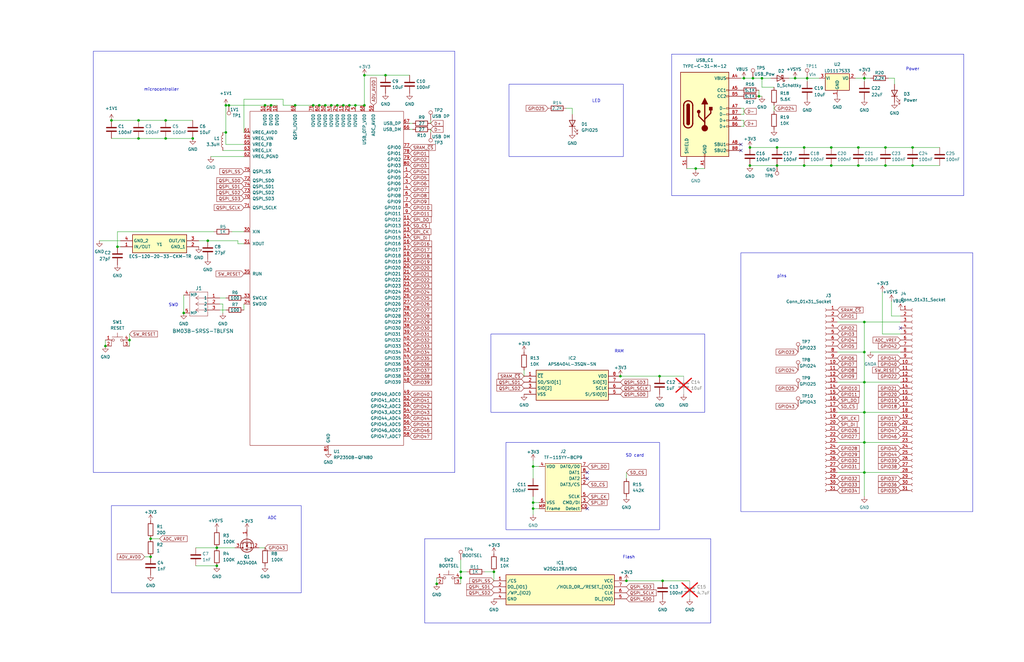
<source format=kicad_sch>
(kicad_sch (version 20231120) (generator "eeschema") (generator_version "8.0")
  (paper "B")
  (junction (at 44.45 146.05))
  (junction (at 208.28 241.3))
  (junction (at 313.69 33.02))
  (junction (at 95.25 44.45))
  (junction (at 278.13 158.75))
  (junction (at 364.49 148.59))
  (junction (at 111.76 44.45))
  (junction (at 114.3 44.45))
  (junction (at 350.52 62.23))
  (junction (at 361.95 69.85))
  (junction (at 316.23 69.85))
  (junction (at 373.38 62.23))
  (junction (at 264.16 245.11))
  (junction (at 327.66 62.23))
  (junction (at 137.16 44.45))
  (junction (at 49.53 104.14))
  (junction (at 149.86 44.45))
  (junction (at 134.62 44.45))
  (junction (at 95.25 55.88))
  (junction (at 373.38 69.85))
  (junction (at 184.15 246.38))
  (junction (at 46.99 50.8))
  (junction (at 63.5 234.95))
  (junction (at 194.31 243.84))
  (junction (at 153.67 44.45))
  (junction (at 91.44 231.14))
  (junction (at 91.44 238.76))
  (junction (at 335.28 33.02))
  (junction (at 364.49 186.69))
  (junction (at 124.46 44.45))
  (junction (at 384.81 62.23))
  (junction (at 96.52 44.45))
  (junction (at 144.78 44.45))
  (junction (at 317.5 33.02))
  (junction (at 87.63 101.6))
  (junction (at 69.85 50.8))
  (junction (at 340.36 33.02))
  (junction (at 58.42 58.42))
  (junction (at 224.79 214.63))
  (junction (at 364.49 161.29))
  (junction (at 132.08 44.45))
  (junction (at 279.4 245.11))
  (junction (at 58.42 50.8))
  (junction (at 147.32 44.45))
  (junction (at 77.47 132.08))
  (junction (at 69.85 58.42))
  (junction (at 261.62 158.75))
  (junction (at 364.49 135.89))
  (junction (at 364.49 173.99))
  (junction (at 364.49 33.02))
  (junction (at 364.49 199.39))
  (junction (at 293.37 71.12))
  (junction (at 320.04 40.64))
  (junction (at 139.7 44.45))
  (junction (at 194.31 241.3))
  (junction (at 224.79 212.09))
  (junction (at 162.56 31.75))
  (junction (at 54.61 143.51))
  (junction (at 339.09 62.23))
  (junction (at 361.95 62.23))
  (junction (at 224.79 196.85))
  (junction (at 321.31 33.02))
  (junction (at 81.28 58.42))
  (junction (at 316.23 62.23))
  (junction (at 350.52 69.85))
  (junction (at 153.67 31.75))
  (junction (at 339.09 69.85))
  (junction (at 327.66 69.85))
  (junction (at 142.24 44.45))
  (junction (at 384.81 69.85))
  (junction (at 63.5 227.33))
  (no_connect (at 247.65 201.93))
  (no_connect (at 247.65 199.39))
  (no_connect (at 312.42 63.5))
  (no_connect (at 379.73 138.43))
  (no_connect (at 312.42 60.96))
  (no_connect (at 247.65 214.63))
  (wire (pts (xy 379.73 133.35) (xy 375.92 133.35)))
  (wire (pts (xy 364.49 161.29) (xy 379.73 161.29)))
  (wire (pts (xy 312.42 33.02) (xy 313.69 33.02)))
  (wire (pts (xy 142.24 44.45) (xy 144.78 44.45)))
  (wire (pts (xy 102.87 102.87) (xy 100.33 102.87)))
  (wire (pts (xy 54.61 140.97) (xy 54.61 143.51)))
  (wire (pts (xy 124.46 44.45) (xy 132.08 44.45)))
  (wire (pts (xy 340.36 33.02) (xy 340.36 34.29)))
  (wire (pts (xy 224.79 214.63) (xy 227.33 214.63)))
  (wire (pts (xy 326.39 46.99) (xy 326.39 44.45)))
  (wire (pts (xy 364.49 173.99) (xy 364.49 186.69)))
  (wire (pts (xy 96.52 44.45) (xy 111.76 44.45)))
  (wire (pts (xy 353.06 148.59) (xy 364.49 148.59)))
  (wire (pts (xy 149.86 44.45) (xy 153.67 44.45)))
  (wire (pts (xy 227.33 196.85) (xy 224.79 196.85)))
  (wire (pts (xy 139.7 44.45) (xy 142.24 44.45)))
  (wire (pts (xy 361.95 69.85) (xy 373.38 69.85)))
  (wire (pts (xy 313.69 53.34) (xy 312.42 53.34)))
  (wire (pts (xy 264.16 245.11) (xy 279.4 245.11)))
  (wire (pts (xy 364.49 199.39) (xy 364.49 209.55)))
  (wire (pts (xy 224.79 196.85) (xy 224.79 201.93)))
  (wire (pts (xy 384.81 69.85) (xy 396.24 69.85)))
  (wire (pts (xy 102.87 41.91) (xy 119.38 41.91)))
  (wire (pts (xy 46.99 50.8) (xy 58.42 50.8)))
  (wire (pts (xy 49.53 104.14) (xy 50.8 104.14)))
  (wire (pts (xy 162.56 31.75) (xy 172.72 31.75)))
  (wire (pts (xy 373.38 62.23) (xy 384.81 62.23)))
  (wire (pts (xy 377.19 33.02) (xy 374.65 33.02)))
  (wire (pts (xy 93.98 63.5) (xy 102.87 63.5)))
  (wire (pts (xy 49.53 97.79) (xy 49.53 104.14)))
  (wire (pts (xy 194.31 243.84) (xy 194.31 246.38)))
  (wire (pts (xy 227.33 212.09) (xy 224.79 212.09)))
  (wire (pts (xy 353.06 135.89) (xy 364.49 135.89)))
  (wire (pts (xy 364.49 199.39) (xy 379.73 199.39)))
  (wire (pts (xy 372.11 140.97) (xy 379.73 140.97)))
  (wire (pts (xy 194.31 241.3) (xy 194.31 243.84)))
  (wire (pts (xy 364.49 33.02) (xy 360.68 33.02)))
  (wire (pts (xy 60.96 234.95) (xy 63.5 234.95)))
  (wire (pts (xy 100.33 102.87) (xy 100.33 101.6)))
  (wire (pts (xy 93.98 128.27) (xy 93.98 132.08)))
  (wire (pts (xy 95.25 55.88) (xy 95.25 44.45)))
  (wire (pts (xy 327.66 69.85) (xy 339.09 69.85)))
  (wire (pts (xy 132.08 44.45) (xy 134.62 44.45)))
  (wire (pts (xy 241.3 45.72) (xy 238.76 45.72)))
  (wire (pts (xy 153.67 31.75) (xy 153.67 44.45)))
  (wire (pts (xy 58.42 58.42) (xy 69.85 58.42)))
  (wire (pts (xy 58.42 50.8) (xy 69.85 50.8)))
  (wire (pts (xy 327.66 62.23) (xy 339.09 62.23)))
  (wire (pts (xy 377.19 35.56) (xy 377.19 33.02)))
  (wire (pts (xy 293.37 71.12) (xy 297.18 71.12)))
  (wire (pts (xy 364.49 148.59) (xy 364.49 161.29)))
  (wire (pts (xy 364.49 135.89) (xy 364.49 148.59)))
  (wire (pts (xy 372.11 123.19) (xy 372.11 140.97)))
  (wire (pts (xy 224.79 212.09) (xy 224.79 214.63)))
  (wire (pts (xy 208.28 245.11) (xy 208.28 241.3)))
  (wire (pts (xy 114.3 44.45) (xy 116.84 44.45)))
  (wire (pts (xy 220.98 156.21) (xy 220.98 158.75)))
  (wire (pts (xy 181.61 55.88) (xy 181.61 54.61)))
  (wire (pts (xy 340.36 33.02) (xy 335.28 33.02)))
  (wire (pts (xy 335.28 33.02) (xy 332.74 33.02)))
  (wire (pts (xy 321.31 36.83) (xy 321.31 33.02)))
  (wire (pts (xy 44.45 143.51) (xy 44.45 146.05)))
  (wire (pts (xy 134.62 44.45) (xy 137.16 44.45)))
  (wire (pts (xy 375.92 133.35) (xy 375.92 127)))
  (wire (pts (xy 353.06 199.39) (xy 364.49 199.39)))
  (wire (pts (xy 293.37 71.12) (xy 293.37 71.755)))
  (wire (pts (xy 364.49 186.69) (xy 379.73 186.69)))
  (wire (pts (xy 67.31 227.33) (xy 63.5 227.33)))
  (wire (pts (xy 119.38 44.45) (xy 124.46 44.45)))
  (wire (pts (xy 339.09 62.23) (xy 350.52 62.23)))
  (wire (pts (xy 69.85 50.8) (xy 81.28 50.8)))
  (wire (pts (xy 261.62 158.75) (xy 278.13 158.75)))
  (wire (pts (xy 184.15 243.84) (xy 184.15 246.38)))
  (wire (pts (xy 340.36 33.02) (xy 345.44 33.02)))
  (wire (pts (xy 367.03 33.02) (xy 364.49 33.02)))
  (wire (pts (xy 364.49 33.02) (xy 364.49 34.29)))
  (wire (pts (xy 289.56 71.12) (xy 293.37 71.12)))
  (wire (pts (xy 173.99 52.07) (xy 172.72 52.07)))
  (wire (pts (xy 92.71 130.81) (xy 95.25 130.81)))
  (wire (pts (xy 92.71 125.73) (xy 95.25 125.73)))
  (wire (pts (xy 326.39 36.83) (xy 321.31 36.83)))
  (wire (pts (xy 364.49 186.69) (xy 364.49 199.39)))
  (wire (pts (xy 208.28 241.3) (xy 204.47 241.3)))
  (wire (pts (xy 353.06 186.69) (xy 364.49 186.69)))
  (wire (pts (xy 181.61 50.8) (xy 181.61 52.07)))
  (wire (pts (xy 54.61 143.51) (xy 54.61 146.05)))
  (wire (pts (xy 316.23 69.85) (xy 327.66 69.85)))
  (wire (pts (xy 361.95 62.23) (xy 373.38 62.23)))
  (wire (pts (xy 172.72 54.61) (xy 173.99 54.61)))
  (wire (pts (xy 137.16 44.45) (xy 139.7 44.45)))
  (wire (pts (xy 350.52 62.23) (xy 361.95 62.23)))
  (wire (pts (xy 82.55 231.14) (xy 91.44 231.14)))
  (wire (pts (xy 367.03 148.59) (xy 379.73 148.59)))
  (wire (pts (xy 364.49 173.99) (xy 353.06 173.99)))
  (wire (pts (xy 312.42 45.72) (xy 313.69 45.72)))
  (wire (pts (xy 224.79 209.55) (xy 224.79 212.09)))
  (wire (pts (xy 82.55 238.76) (xy 91.44 238.76)))
  (wire (pts (xy 88.9 66.04) (xy 102.87 66.04)))
  (wire (pts (xy 384.81 62.23) (xy 396.24 62.23)))
  (wire (pts (xy 364.49 135.89) (xy 379.73 135.89)))
  (wire (pts (xy 320.04 40.64) (xy 320.04 38.1)))
  (wire (pts (xy 69.85 58.42) (xy 81.28 58.42)))
  (wire (pts (xy 144.78 44.45) (xy 147.32 44.45)))
  (wire (pts (xy 224.79 194.31) (xy 224.79 196.85)))
  (wire (pts (xy 111.76 44.45) (xy 114.3 44.45)))
  (wire (pts (xy 325.12 33.02) (xy 321.31 33.02)))
  (wire (pts (xy 279.4 245.11) (xy 290.83 245.11)))
  (wire (pts (xy 90.17 97.79) (xy 49.53 97.79)))
  (wire (pts (xy 278.13 158.75) (xy 288.29 158.75)))
  (wire (pts (xy 353.06 161.29) (xy 364.49 161.29)))
  (wire (pts (xy 196.85 241.3) (xy 194.31 241.3)))
  (wire (pts (xy 119.38 44.45) (xy 119.38 41.91)))
  (wire (pts (xy 83.82 101.6) (xy 87.63 101.6)))
  (wire (pts (xy 46.99 58.42) (xy 58.42 58.42)))
  (wire (pts (xy 224.79 217.17) (xy 224.79 214.63)))
  (wire (pts (xy 350.52 69.85) (xy 361.95 69.85)))
  (wire (pts (xy 364.49 173.99) (xy 379.73 173.99)))
  (wire (pts (xy 77.47 124.46) (xy 77.47 132.08)))
  (wire (pts (xy 313.69 45.72) (xy 313.69 48.26)))
  (wire (pts (xy 241.3 48.26) (xy 241.3 45.72)))
  (wire (pts (xy 95.25 44.45) (xy 96.52 44.45)))
  (wire (pts (xy 264.16 199.39) (xy 264.16 201.93)))
  (wire (pts (xy 109.22 231.14) (xy 111.76 231.14)))
  (wire (pts (xy 364.49 161.29) (xy 364.49 173.99)))
  (wire (pts (xy 312.42 50.8) (xy 313.69 50.8)))
  (wire (pts (xy 313.69 48.26) (xy 312.42 48.26)))
  (wire (pts (xy 102.87 130.81) (xy 102.87 128.27)))
  (wire (pts (xy 147.32 44.45) (xy 149.86 44.45)))
  (wire (pts (xy 313.69 50.8) (xy 313.69 53.34)))
  (wire (pts (xy 95.25 60.96) (xy 95.25 55.88)))
  (wire (pts (xy 373.38 69.85) (xy 384.81 69.85)))
  (wire (pts (xy 102.87 60.96) (xy 95.25 60.96)))
  (wire (pts (xy 153.67 31.75) (xy 162.56 31.75)))
  (wire (pts (xy 97.79 97.79) (xy 102.87 97.79)))
  (wire (pts (xy 339.09 69.85) (xy 350.52 69.85)))
  (wire (pts (xy 194.31 236.22) (xy 194.31 241.3)))
  (wire (pts (xy 100.33 101.6) (xy 87.63 101.6)))
  (wire (pts (xy 316.23 62.23) (xy 327.66 62.23)))
  (wire (pts (xy 91.44 231.14) (xy 99.06 231.14)))
  (wire (pts (xy 321.31 40.64) (xy 320.04 40.64)))
  (wire (pts (xy 317.5 33.02) (xy 313.69 33.02)))
  (wire (pts (xy 102.87 41.91) (xy 102.87 55.88)))
  (wire (pts (xy 50.8 101.6) (xy 41.91 101.6)))
  (wire (pts (xy 92.71 128.27) (xy 93.98 128.27)))
  (wire (pts (xy 93.98 55.88) (xy 95.25 55.88)))
  (wire (pts (xy 321.31 33.02) (xy 317.5 33.02)))
  (rectangle (start 312.42 106.68) (end 410.21 215.9))
  (rectangle (start 46.99 213.36) (end 127 250.19))
  (rectangle (start 213.36 186.69) (end 278.13 223.52))
  (rectangle (start 214.63 35.56) (end 262.89 66.04))
  (rectangle (start 39.37 21.59) (end 191.77 199.39))
  (rectangle (start 283.21 22.86) (end 406.4 82.55))
  (rectangle (start 207.01 140.97) (end 297.18 173.99))
  (rectangle (start 179.07 227.33) (end 299.72 262.89))
  (text "Power" (at 384.81 29.21 0) (effects (font (size 1.27 1.27))))
  (text "SWD" (at 73.152 128.778 0) (effects (font (size 1.27 1.27))))
  (text "ADC" (at 114.808 218.694 0) (effects (font (size 1.27 1.27))))
  (text "pins" (at 329.692 116.586 0) (effects (font (size 1.27 1.27))))
  (text "SD card" (at 267.716 192.278 0) (effects (font (size 1.27 1.27))))
  (text "RAM" (at 261.112 148.336 0) (effects (font (size 1.27 1.27))))
  (text "microcontroller" (at 68.072 37.846 0) (effects (font (size 1.27 1.27))))
  (text "Flash" (at 265.176 235.204 0) (effects (font (size 1.27 1.27))))
  (text "LED" (at 251.46 42.672 0) (effects (font (size 1.27 1.27))))
  (global_label "GPIO30" (shape input) (at 353.06 194.31 0) (property "Intersheetrefs" "${INTERSHEET_REFS}" (effects (hide yes))))
  (global_label "GPIO18" (shape input) (at 379.73 171.45 180) (property "Intersheetrefs" "${INTERSHEET_REFS}" (effects (hide yes))))
  (global_label "GPIO43" (shape input) (at 336.55 171.45 180) (property "Intersheetrefs" "${INTERSHEET_REFS}" (effects (hide yes))))
  (global_label "GPIO26" (shape input) (at 353.06 181.61 0) (property "Intersheetrefs" "${INTERSHEET_REFS}" (effects (hide yes))))
  (global_label "GPIO39" (shape input) (at 172.72 161.29 0) (property "Intersheetrefs" "${INTERSHEET_REFS}" (effects (hide yes))))
  (global_label "GPIO19" (shape input) (at 379.73 168.91 180) (property "Intersheetrefs" "${INTERSHEET_REFS}" (effects (hide yes))))
  (global_label "SD_CS" (shape input) (at 172.72 95.25 0) (property "Intersheetrefs" "${INTERSHEET_REFS}" (effects (hide yes))))
  (global_label "GPIO38" (shape input) (at 379.73 196.85 180) (property "Intersheetrefs" "${INTERSHEET_REFS}" (effects (hide yes))))
  (global_label "QSPI_SD3" (shape input) (at 102.87 83.82 180) (property "Intersheetrefs" "${INTERSHEET_REFS}" (effects (hide yes))))
  (global_label "GPIO37" (shape input) (at 172.72 156.21 0) (property "Intersheetrefs" "${INTERSHEET_REFS}" (effects (hide yes))))
  (global_label "GPIO8" (shape input) (at 353.06 156.21 0) (property "Intersheetrefs" "${INTERSHEET_REFS}" (effects (hide yes))))
  (global_label "SPI_DI" (shape input) (at 247.65 212.09 0) (property "Intersheetrefs" "${INTERSHEET_REFS}" (effects (hide yes))))
  (global_label "GPIO18" (shape input) (at 172.72 107.95 0) (property "Intersheetrefs" "${INTERSHEET_REFS}" (effects (hide yes))))
  (global_label "QSPI_SS" (shape input) (at 102.87 72.39 180) (property "Intersheetrefs" "${INTERSHEET_REFS}" (effects (hide yes))))
  (global_label "GPIO46" (shape input) (at 172.72 181.61 0) (property "Intersheetrefs" "${INTERSHEET_REFS}" (effects (hide yes))))
  (global_label "GPIO7" (shape input) (at 172.72 80.01 0) (property "Intersheetrefs" "${INTERSHEET_REFS}" (effects (hide yes))))
  (global_label "SPI_DI" (shape input) (at 353.06 179.07 0) (property "Intersheetrefs" "${INTERSHEET_REFS}" (effects (hide yes))))
  (global_label "GPIO11" (shape input) (at 172.72 90.17 0) (property "Intersheetrefs" "${INTERSHEET_REFS}" (effects (hide yes))))
  (global_label "SD_CS" (shape input) (at 247.65 204.47 0) (property "Intersheetrefs" "${INTERSHEET_REFS}" (effects (hide yes))))
  (global_label "GPIO47" (shape input) (at 172.72 184.15 0) (property "Intersheetrefs" "${INTERSHEET_REFS}" (effects (hide yes))))
  (global_label "GPIO29" (shape input) (at 353.06 191.77 0) (property "Intersheetrefs" "${INTERSHEET_REFS}" (effects (hide yes))))
  (global_label "GPIO43" (shape input) (at 172.72 173.99 0) (property "Intersheetrefs" "${INTERSHEET_REFS}" (effects (hide yes))))
  (global_label "GPIO20" (shape input) (at 379.73 166.37 180) (property "Intersheetrefs" "${INTERSHEET_REFS}" (effects (hide yes))))
  (global_label "GPIO10" (shape input) (at 353.06 163.83 0) (property "Intersheetrefs" "${INTERSHEET_REFS}" (effects (hide yes))))
  (global_label "GPIO38" (shape input) (at 172.72 158.75 0) (property "Intersheetrefs" "${INTERSHEET_REFS}" (effects (hide yes))))
  (global_label "SPI_DO" (shape input) (at 353.06 168.91 0) (property "Intersheetrefs" "${INTERSHEET_REFS}" (effects (hide yes))))
  (global_label "QSPI_SCLK" (shape input) (at 264.16 250.19 0) (property "Intersheetrefs" "${INTERSHEET_REFS}" (effects (hide yes))))
  (global_label "GPIO46" (shape input) (at 379.73 184.15 180) (property "Intersheetrefs" "${INTERSHEET_REFS}" (effects (hide yes))))
  (global_label "SW_RESET" (shape input) (at 54.61 140.97 0) (property "Intersheetrefs" "${INTERSHEET_REFS}" (effects (hide yes))))
  (global_label "SW_RESET" (shape input) (at 102.87 115.57 180) (property "Intersheetrefs" "${INTERSHEET_REFS}" (effects (hide yes))))
  (global_label "QSPI_SD3" (shape input) (at 264.16 247.65 0) (property "Intersheetrefs" "${INTERSHEET_REFS}" (effects (hide yes))))
  (global_label "QSPI_SS" (shape input) (at 208.28 245.11 180) (property "Intersheetrefs" "${INTERSHEET_REFS}" (effects (hide yes))))
  (global_label "GPIO6" (shape input) (at 172.72 77.47 0) (property "Intersheetrefs" "${INTERSHEET_REFS}" (effects (hide yes))))
  (global_label "SRAM_~{CS}" (shape input) (at 220.98 158.75 180) (property "Intersheetrefs" "${INTERSHEET_REFS}" (effects (hide yes))))
  (global_label "GPIO25" (shape input) (at 231.14 45.72 180) (property "Intersheetrefs" "${INTERSHEET_REFS}" (effects (hide yes))))
  (global_label "GPIO35" (shape input) (at 172.72 151.13 0) (property "Intersheetrefs" "${INTERSHEET_REFS}" (effects (hide yes))))
  (global_label "GPIO4" (shape input) (at 353.06 143.51 0) (property "Intersheetrefs" "${INTERSHEET_REFS}" (effects (hide yes))))
  (global_label "GPIO34" (shape input) (at 353.06 207.01 0) (property "Intersheetrefs" "${INTERSHEET_REFS}" (effects (hide yes))))
  (global_label "D-" (shape input) (at 313.69 46.99 0) (property "Intersheetrefs" "${INTERSHEET_REFS}" (effects (hide yes))))
  (global_label "GPIO8" (shape input) (at 172.72 82.55 0) (property "Intersheetrefs" "${INTERSHEET_REFS}" (effects (hide yes))))
  (global_label "SD_CS" (shape input) (at 264.16 199.39 0) (property "Intersheetrefs" "${INTERSHEET_REFS}" (effects (hide yes))))
  (global_label "GPIO23" (shape input) (at 336.55 148.59 180) (property "Intersheetrefs" "${INTERSHEET_REFS}" (effects (hide yes))))
  (global_label "GPIO17" (shape input) (at 379.73 176.53 180) (property "Intersheetrefs" "${INTERSHEET_REFS}" (effects (hide yes))))
  (global_label "GPIO2" (shape input) (at 172.72 67.31 0) (property "Intersheetrefs" "${INTERSHEET_REFS}" (effects (hide yes))))
  (global_label "GPIO42" (shape input) (at 172.72 171.45 0) (property "Intersheetrefs" "${INTERSHEET_REFS}" (effects (hide yes))))
  (global_label "GPIO10" (shape input) (at 172.72 87.63 0) (property "Intersheetrefs" "${INTERSHEET_REFS}" (effects (hide yes))))
  (global_label "D-" (shape input) (at 181.61 54.61 0) (property "Intersheetrefs" "${INTERSHEET_REFS}" (effects (hide yes))))
  (global_label "GPIO7" (shape input) (at 353.06 153.67 0) (property "Intersheetrefs" "${INTERSHEET_REFS}" (effects (hide yes))))
  (global_label "SRAM_~{CS}" (shape input) (at 172.72 62.23 0) (property "Intersheetrefs" "${INTERSHEET_REFS}" (effects (hide yes))))
  (global_label "SPI_CK" (shape input) (at 353.06 176.53 0) (property "Intersheetrefs" "${INTERSHEET_REFS}" (effects (hide yes))))
  (global_label "GPIO24" (shape input) (at 172.72 123.19 0) (property "Intersheetrefs" "${INTERSHEET_REFS}" (effects (hide yes))))
  (global_label "D+" (shape input) (at 313.69 52.07 0) (property "Intersheetrefs" "${INTERSHEET_REFS}" (effects (hide yes))))
  (global_label "GPIO22" (shape input) (at 379.73 158.75 180) (property "Intersheetrefs" "${INTERSHEET_REFS}" (effects (hide yes))))
  (global_label "SD_CS" (shape input) (at 353.06 171.45 0) (property "Intersheetrefs" "${INTERSHEET_REFS}" (effects (hide yes))))
  (global_label "GPIO42" (shape input) (at 379.73 146.05 180) (property "Intersheetrefs" "${INTERSHEET_REFS}" (effects (hide yes))))
  (global_label "ADV_AVDD" (shape input) (at 157.48 44.45 90) (property "Intersheetrefs" "${INTERSHEET_REFS}" (effects (hide yes))))
  (global_label "GPIO44" (shape input) (at 172.72 176.53 0) (property "Intersheetrefs" "${INTERSHEET_REFS}" (effects (hide yes))))
  (global_label "GPIO19" (shape input) (at 172.72 110.49 0) (property "Intersheetrefs" "${INTERSHEET_REFS}" (effects (hide yes))))
  (global_label "QSPI_SD2" (shape input) (at 220.98 163.83 180) (property "Intersheetrefs" "${INTERSHEET_REFS}" (effects (hide yes))))
  (global_label "QSPI_SD3" (shape input) (at 261.62 161.29 0) (property "Intersheetrefs" "${INTERSHEET_REFS}" (effects (hide yes))))
  (global_label "GPIO37" (shape input) (at 379.73 201.93 180) (property "Intersheetrefs" "${INTERSHEET_REFS}" (effects (hide yes))))
  (global_label "GPIO25" (shape input) (at 336.55 163.83 180) (property "Intersheetrefs" "${INTERSHEET_REFS}" (effects (hide yes))))
  (global_label "GPIO24" (shape input) (at 326.39 45.72 0) (property "Intersheetrefs" "${INTERSHEET_REFS}" (effects (hide yes))))
  (global_label "GPIO4" (shape input) (at 172.72 72.39 0) (property "Intersheetrefs" "${INTERSHEET_REFS}" (effects (hide yes))))
  (global_label "GPIO9" (shape input) (at 353.06 158.75 0) (property "Intersheetrefs" "${INTERSHEET_REFS}" (effects (hide yes))))
  (global_label "GPIO32" (shape input) (at 353.06 201.93 0) (property "Intersheetrefs" "${INTERSHEET_REFS}" (effects (hide yes))))
  (global_label "GPIO41" (shape input) (at 172.72 168.91 0) (property "Intersheetrefs" "${INTERSHEET_REFS}" (effects (hide yes))))
  (global_label "SPI_CK" (shape input) (at 247.65 209.55 0) (property "Intersheetrefs" "${INTERSHEET_REFS}" (effects (hide yes))))
  (global_label "GPIO5" (shape input) (at 172.72 74.93 0) (property "Intersheetrefs" "${INTERSHEET_REFS}" (effects (hide yes))))
  (global_label "ADV_AVDD" (shape input) (at 60.96 234.95 180) (property "Intersheetrefs" "${INTERSHEET_REFS}" (effects (hide yes))))
  (global_label "QSPI_SD1" (shape input) (at 102.87 78.74 180) (property "Intersheetrefs" "${INTERSHEET_REFS}" (effects (hide yes))))
  (global_label "GPIO3" (shape input) (at 172.72 69.85 0) (property "Intersheetrefs" "${INTERSHEET_REFS}" (effects (hide yes))))
  (global_label "GPIO36" (shape input) (at 172.72 153.67 0) (property "Intersheetrefs" "${INTERSHEET_REFS}" (effects (hide yes))))
  (global_label "ADC_VREF" (shape input) (at 379.73 143.51 180) (property "Intersheetrefs" "${INTERSHEET_REFS}" (effects (hide yes))))
  (global_label "GPIO27" (shape input) (at 353.06 184.15 0) (property "Intersheetrefs" "${INTERSHEET_REFS}" (effects (hide yes))))
  (global_label "GPIO40" (shape input) (at 379.73 153.67 180) (property "Intersheetrefs" "${INTERSHEET_REFS}" (effects (hide yes))))
  (global_label "GPIO11" (shape input) (at 353.06 166.37 0) (property "Intersheetrefs" "${INTERSHEET_REFS}" (effects (hide yes))))
  (global_label "ADC_VREF" (shape input) (at 67.31 227.33 0) (property "Intersheetrefs" "${INTERSHEET_REFS}" (effects (hide yes))))
  (global_label "GPIO1" (shape input) (at 172.72 64.77 0) (property "Intersheetrefs" "${INTERSHEET_REFS}" (effects (hide yes))))
  (global_label "GPIO27" (shape input) (at 172.72 130.81 0) (property "Intersheetrefs" "${INTERSHEET_REFS}" (effects (hide yes))))
  (global_label "GPIO47" (shape input) (at 379.73 181.61 180) (property "Intersheetrefs" "${INTERSHEET_REFS}" (effects (hide yes))))
  (global_label "QSPI_SD1" (shape input) (at 208.28 247.65 180) (property "Intersheetrefs" "${INTERSHEET_REFS}" (effects (hide yes))))
  (global_label "GPIO25" (shape input) (at 172.72 125.73 0) (property "Intersheetrefs" "${INTERSHEET_REFS}" (effects (hide yes))))
  (global_label "GPIO31" (shape input) (at 353.06 196.85 0) (property "Intersheetrefs" "${INTERSHEET_REFS}" (effects (hide yes))))
  (global_label "GPIO21" (shape input) (at 379.73 163.83 180) (property "Intersheetrefs" "${INTERSHEET_REFS}" (effects (hide yes))))
  (global_label "SPI_CK" (shape input) (at 172.72 97.79 0) (property "Intersheetrefs" "${INTERSHEET_REFS}" (effects (hide yes))))
  (global_label "GPIO45" (shape input) (at 379.73 189.23 180) (property "Intersheetrefs" "${INTERSHEET_REFS}" (effects (hide yes))))
  (global_label "GPIO31" (shape input) (at 172.72 140.97 0) (property "Intersheetrefs" "${INTERSHEET_REFS}" (effects (hide yes))))
  (global_label "GPIO28" (shape input) (at 353.06 189.23 0) (property "Intersheetrefs" "${INTERSHEET_REFS}" (effects (hide yes))))
  (global_label "GPIO23" (shape input) (at 172.72 120.65 0) (property "Intersheetrefs" "${INTERSHEET_REFS}" (effects (hide yes))))
  (global_label "GPIO22" (shape input) (at 172.72 118.11 0) (property "Intersheetrefs" "${INTERSHEET_REFS}" (effects (hide yes))))
  (global_label "QSPI_SD2" (shape input) (at 102.87 81.28 180) (property "Intersheetrefs" "${INTERSHEET_REFS}" (effects (hide yes))))
  (global_label "GPIO40" (shape input) (at 172.72 166.37 0) (property "Intersheetrefs" "${INTERSHEET_REFS}" (effects (hide yes))))
  (global_label "GPIO30" (shape input) (at 172.72 138.43 0) (property "Intersheetrefs" "${INTERSHEET_REFS}" (effects (hide yes))))
  (global_label "GPIO35" (shape input) (at 379.73 207.01 180) (property "Intersheetrefs" "${INTERSHEET_REFS}" (effects (hide yes))))
  (global_label "GPIO45" (shape input) (at 172.72 179.07 0) (property "Intersheetrefs" "${INTERSHEET_REFS}" (effects (hide yes))))
  (global_label "GPIO3" (shape input) (at 353.06 140.97 0) (property "Intersheetrefs" "${INTERSHEET_REFS}" (effects (hide yes))))
  (global_label "GPIO43" (shape input) (at 111.76 231.14 0) (property "Intersheetrefs" "${INTERSHEET_REFS}" (effects (hide yes))))
  (global_label "QSPI_SD1" (shape input) (at 220.98 161.29 180) (property "Intersheetrefs" "${INTERSHEET_REFS}" (effects (hide yes))))
  (global_label "SW_RESET" (shape input) (at 379.73 156.21 180) (property "Intersheetrefs" "${INTERSHEET_REFS}" (effects (hide yes))))
  (global_label "QSPI_SD0" (shape input) (at 102.87 76.2 180) (property "Intersheetrefs" "${INTERSHEET_REFS}" (effects (hide yes))))
  (global_label "GPIO34" (shape input) (at 172.72 148.59 0) (property "Intersheetrefs" "${INTERSHEET_REFS}" (effects (hide yes))))
  (global_label "GPIO5" (shape input) (at 353.06 146.05 0) (property "Intersheetrefs" "${INTERSHEET_REFS}" (effects (hide yes))))
  (global_label "GPIO33" (shape input) (at 353.06 204.47 0) (property "Intersheetrefs" "${INTERSHEET_REFS}" (effects (hide yes))))
  (global_label "GPIO32" (shape input) (at 172.72 143.51 0) (property "Intersheetrefs" "${INTERSHEET_REFS}" (effects (hide yes))))
  (global_label "GPIO2" (shape input) (at 353.06 138.43 0) (property "Intersheetrefs" "${INTERSHEET_REFS}" (effects (hide yes))))
  (global_label "GPIO20" (shape input) (at 172.72 113.03 0) (property "Intersheetrefs" "${INTERSHEET_REFS}" (effects (hide yes))))
  (global_label "QSPI_SCLK" (shape input) (at 261.62 163.83 0) (property "Intersheetrefs" "${INTERSHEET_REFS}" (effects (hide yes))))
  (global_label "GPIO28" (shape input) (at 172.72 133.35 0) (property "Intersheetrefs" "${INTERSHEET_REFS}" (effects (hide yes))))
  (global_label "QSPI_SCLK" (shape input) (at 102.87 87.63 180) (property "Intersheetrefs" "${INTERSHEET_REFS}" (effects (hide yes))))
  (global_label "GPIO41" (shape input) (at 379.73 151.13 180) (property "Intersheetrefs" "${INTERSHEET_REFS}" (effects (hide yes))))
  (global_label "QSPI_SD0" (shape input) (at 261.62 166.37 0) (property "Intersheetrefs" "${INTERSHEET_REFS}" (effects (hide yes))))
  (global_label "GPIO33" (shape input) (at 172.72 146.05 0) (property "Intersheetrefs" "${INTERSHEET_REFS}" (effects (hide yes))))
  (global_label "GPIO29" (shape input) (at 172.72 135.89 0) (property "Intersheetrefs" "${INTERSHEET_REFS}" (effects (hide yes))))
  (global_label "GPIO39" (shape input) (at 379.73 194.31 180) (property "Intersheetrefs" "${INTERSHEET_REFS}" (effects (hide yes))))
  (global_label "SPI_DO" (shape input) (at 247.65 196.85 0) (property "Intersheetrefs" "${INTERSHEET_REFS}" (effects (hide yes))))
  (global_label "GPIO17" (shape input) (at 172.72 105.41 0) (property "Intersheetrefs" "${INTERSHEET_REFS}" (effects (hide yes))))
  (global_label "D+" (shape input) (at 181.61 52.07 0) (property "Intersheetrefs" "${INTERSHEET_REFS}" (effects (hide yes))))
  (global_label "GPIO21" (shape input) (at 172.72 115.57 0) (property "Intersheetrefs" "${INTERSHEET_REFS}" (effects (hide yes))))
  (global_label "GPIO26" (shape input) (at 172.72 128.27 0) (property "Intersheetrefs" "${INTERSHEET_REFS}" (effects (hide yes))))
  (global_label "GPIO24" (shape input) (at 336.55 156.21 180) (property "Intersheetrefs" "${INTERSHEET_REFS}" (effects (hide yes))))
  (global_label "QSPI_SD2" (shape input) (at 208.28 250.19 180) (property "Intersheetrefs" "${INTERSHEET_REFS}" (effects (hide yes))))
  (global_label "SPI_DI" (shape input) (at 172.72 100.33 0) (property "Intersheetrefs" "${INTERSHEET_REFS}" (effects (hide yes))))
  (global_label "GPIO44" (shape input) (at 379.73 191.77 180) (property "Intersheetrefs" "${INTERSHEET_REFS}" (effects (hide yes))))
  (global_label "GPIO16" (shape input) (at 379.73 179.07 180) (property "Intersheetrefs" "${INTERSHEET_REFS}" (effects (hide yes))))
  (global_label "GPIO16" (shape input) (at 172.72 102.87 0) (property "Intersheetrefs" "${INTERSHEET_REFS}" (effects (hide yes))))
  (global_label "GPIO9" (shape input) (at 172.72 85.09 0) (property "Intersheetrefs" "${INTERSHEET_REFS}" (effects (hide yes))))
  (global_label "SPI_DO" (shape input) (at 172.72 92.71 0) (property "Intersheetrefs" "${INTERSHEET_REFS}" (effects (hide yes))))
  (global_label "GPIO6" (shape input) (at 353.06 151.13 0) (property "Intersheetrefs" "${INTERSHEET_REFS}" (effects (hide yes))))
  (global_label "QSPI_SD0" (shape input) (at 264.16 252.73 0) (property "Intersheetrefs" "${INTERSHEET_REFS}" (effects (hide yes))))
  (global_label "GPIO1" (shape input) (at 353.06 133.35 0) (property "Intersheetrefs" "${INTERSHEET_REFS}" (effects (hide yes))))
  (global_label "SRAM_~{CS}" (shape input) (at 353.06 130.81 0) (property "Intersheetrefs" "${INTERSHEET_REFS}" (effects (hide yes))))
  (global_label "GPIO36" (shape input) (at 379.73 204.47 180) (property "Intersheetrefs" "${INTERSHEET_REFS}" (effects (hide yes))))
  (symbol (lib_id "Device:R") (at 370.84 33.02 90) (unit 1)
    (property "Reference" "R20" (at 370.84 30.734 90))
    (property "Value" "2.2K" (at 370.84 33.02 90))
    (property "Footprint" "Resistor_SMD:R_0603_1608Metric" (effects (hide yes)))
  )
  (symbol (lib_id "power:GND") (at 377.19 43.18 0) (unit 1)
    (property "Reference" "#PWR052" (effects (hide yes)))
    (property "Value" "GND" (at 377.19 47.7425 0))
  )
  (symbol (lib_id "power:VBUS") (at 379.73 130.81 0) (unit 1)
    (property "Reference" "#PWR053" (effects (hide yes)))
    (property "Value" "VBUS" (at 378.968 127 0))
    (property "Description" "Power symbol creates a global label with name \"VBUS\"" (effects (hide yes)))
  )
  (symbol (lib_id "power:GND") (at 81.28 58.42 0) (unit 1)
    (property "Reference" "#PWR08" (effects (hide yes)))
    (property "Value" "GND" (at 81.28 62.9825 0))
  )
  (symbol (lib_id "power:+3.3V") (at 104.14 223.52 0) (unit 1)
    (property "Reference" "#PWR016" (effects (hide yes)))
    (property "Value" "+3V3" (at 104.14 219.9155 0))
  )
  (symbol (lib_id "Connector:TestPoint") (at 336.55 156.21 0) (unit 1)
    (property "Reference" "TP8" (at 338.074 151.892 0) (effects (justify left)))
    (property "Value" "GPIO24" (at 337.058 154.432 0) (effects (justify left)))
    (property "Description" "test point" (effects (hide yes)))
  )
  (symbol (lib_id "Device:R") (at 316.23 38.1 90) (unit 1)
    (property "Reference" "R16" (at 316.23 35.56 90))
    (property "Value" "5.1K" (at 316.23 38.1 90))
    (property "Footprint" "Resistor_SMD:R_0603_1608Metric" (effects (hide yes)))
  )
  (symbol (lib_id "power:GND") (at 83.82 104.14 0) (unit 1)
    (property "Reference" "#PWR09" (effects (hide yes)))
    (property "Value" "GND" (at 83.82 108.7025 0))
  )
  (symbol (lib_id "Device:C") (at 172.72 35.56 0) (unit 1)
    (property "Reference" "C10" (at 175.514 34.29 0) (effects (justify left)))
    (property "Value" "100nF" (at 175.514 36.83 0) (effects (justify left)))
    (property "Footprint" "Capacitor_THT:CP_Radial_D5.0mm_P2.00mm" (effects (hide yes)))
  )
  (symbol (lib_id "Device:R") (at 91.44 227.33 0) (unit 1)
    (property "Reference" "R3" (at 93.98 226.0599 0) (effects (justify left)))
    (property "Value" "100K" (at 93.98 228.5999 0) (effects (justify left)))
    (property "Description" "Resistor" (effects (hide yes)))
  )
  (symbol (lib_id "Device:R") (at 99.06 125.73 90) (unit 1)
    (property "Reference" "R6" (at 99.06 123.444 90))
    (property "Value" "100" (at 99.06 125.73 90))
    (property "Footprint" "Resistor_SMD:R_0603_1608Metric" (effects (hide yes)))
  )
  (symbol (lib_id "Evan's Symbol Library:APS6404L-3SQN-SN") (at 220.98 158.75 0) (unit 1)
    (property "Reference" "IC2" (at 241.3 151.13 0))
    (property "Value" "APS6404L-3SQN-SN" (at 241.3 153.67 0))
    (property "Footprint" "SOIC127P600X175-8N" (effects (hide yes)))
    (property "Datasheet" "https://www.apmemory.com/wp-content/uploads/APM_PSRAM_E3_QSPI-APS6404L-3SQN-v2.4-KGD_PKG.pdf" (effects (hide yes)))
    (property "Description" "DRAM IoT RAM 64Mb QSPI (x1,x4) SDR 133MHz, 3V, Ind. Temp., SOP8" (effects (hide yes)))
    (property "Height" "1.75" (effects (hide yes)))
    (property "Mouser Part Number" "878-APS6404L-3SQN-SN" (effects (hide yes)))
    (property "Mouser Price/Stock" "https://www.mouser.co.uk/ProductDetail/AP-Memory/APS6404L-3SQN-SN?qs=IS%252B4QmGtzzqCot9%252BeIJwKw%3D%3D" (effects (hide yes)))
    (property "Manufacturer_Name" "AP Memory" (effects (hide yes)))
    (property "Manufacturer_Part_Number" "APS6404L-3SQN-SN" (effects (hide yes)))
  )
  (symbol (lib_id "Connector:TestPoint") (at 194.31 236.22 0) (unit 1)
    (property "Reference" "TP4" (at 195.834 231.902 0) (effects (justify left)))
    (property "Value" "BOOTSEL" (at 194.818 234.442 0) (effects (justify left)))
    (property "Description" "test point" (effects (hide yes)))
  )
  (symbol (lib_id "power:GND") (at 208.28 252.73 0) (unit 1)
    (property "Reference" "#PWR024" (effects (hide yes)))
    (property "Value" "GND" (at 208.28 257.2925 0))
  )
  (symbol (lib_id "Connector:USB_C_Receptacle_USB2.0") (at 297.18 48.26 0) (unit 1)
    (property "Reference" "USB_C1" (at 297.18 25.4 0))
    (property "Value" "TYPE-C-31-M-12" (at 297.18 27.94 0))
    (property "Footprint" "Connector_USB:USB_C_Receptacle_HRO_TYPE-C-31-M-12" (effects (hide yes)))
    (property "Datasheet" "https://www.usb.org/sites/default/files/documents/usb_type-c.zip" (effects (hide yes)))
    (property "LCSC" "C165948" (effects (hide yes)))
  )
  (symbol (lib_id "Device:R") (at 220.98 152.4 0) (unit 1)
    (property "Reference" "R13" (at 223.52 151.1299 0) (effects (justify left)))
    (property "Value" "10K" (at 223.52 153.6699 0) (effects (justify left)))
    (property "Description" "Resistor" (effects (hide yes)))
  )
  (symbol (lib_id "Device:C") (at 278.13 162.56 0) (unit 1)
    (property "Reference" "C12" (at 280.924 161.29 0) (effects (justify left)))
    (property "Value" "1uF" (at 280.924 163.83 0) (effects (justify left)))
    (property "Footprint" "Capacitor_THT:CP_Radial_D5.0mm_P2.00mm" (effects (hide yes)))
  )
  (symbol (lib_id "power:GND") (at 162.56 39.37 0) (unit 1)
    (property "Reference" "#PWR020" (effects (hide yes)))
    (property "Value" "GND" (at 162.56 43.9325 0))
  )
  (symbol (lib_id "power:GND") (at 41.91 101.6 0) (unit 1)
    (property "Reference" "#PWR01" (effects (hide yes)))
    (property "Value" "GND" (at 41.91 106.1625 0))
  )
  (symbol (lib_id "power:GND") (at 316.23 69.85 0) (unit 1)
    (property "Reference" "#PWR040" (effects (hide yes)))
    (property "Value" "GND" (at 316.23 74.4125 0))
  )
  (symbol (lib_id "Device:C") (at 327.66 66.04 0) (unit 1)
    (property "Reference" "C17" (at 330.2 64.77 0) (effects (justify left)))
    (property "Value" "100nF" (at 330.2 67.31 0) (effects (justify left)))
    (property "Footprint" "Capacitor_THT:CP_Radial_D5.0mm_P2.00mm" (effects (hide yes)))
  )
  (symbol (lib_id "Device:C") (at 373.38 66.04 0) (unit 1)
    (property "Reference" "C23" (at 375.92 64.77 0) (effects (justify left)))
    (property "Value" "100nF" (at 375.92 67.31 0) (effects (justify left)))
    (property "Footprint" "Capacitor_THT:CP_Radial_D5.0mm_P2.00mm" (effects (hide yes)))
  )
  (symbol (lib_id "power:GND") (at 293.37 71.755 0) (unit 1)
    (property "Reference" "#PWR037" (effects (hide yes)))
    (property "Value" "GND" (at 293.37 76.3175 0))
  )
  (symbol (lib_id "power:VBUS") (at 313.69 33.02 0) (unit 1)
    (property "Reference" "#PWR038" (effects (hide yes)))
    (property "Value" "VBUS" (at 312.928 29.21 0))
    (property "Description" "Power symbol creates a global label with name \"VBUS\"" (effects (hide yes)))
  )
  (symbol (lib_id "Connector:TestPoint") (at 336.55 171.45 0) (unit 1)
    (property "Reference" "TP10" (at 338.074 167.132 0) (effects (justify left)))
    (property "Value" "GPIO43" (at 337.058 169.672 0) (effects (justify left)))
    (property "Description" "test point" (effects (hide yes)))
  )
  (symbol (lib_id "power:GND") (at 353.06 40.64 0) (unit 1)
    (property "Reference" "#PWR045" (effects (hide yes)))
    (property "Value" "GND" (at 353.06 45.2025 0))
  )
  (symbol (lib_id "power:+3.3V") (at 364.49 33.02 0) (unit 1)
    (property "Reference" "#PWR046" (effects (hide yes)))
    (property "Value" "+3V3" (at 364.49 29.4155 0))
  )
  (symbol (lib_id "Device:C") (at 396.24 66.04 0) (unit 1)
    (property "Reference" "C25" (at 398.78 64.77 0) (effects (justify left)))
    (property "Value" "100nF" (at 398.78 67.31 0) (effects (justify left)))
    (property "Footprint" "Capacitor_THT:CP_Radial_D5.0mm_P2.00mm" (effects (hide yes)))
  )
  (symbol (lib_id "Device:R") (at 234.95 45.72 90) (unit 1)
    (property "Reference" "R14" (at 234.95 43.434 90))
    (property "Value" "2.2K" (at 234.95 45.72 90))
    (property "Footprint" "Resistor_SMD:R_0603_1608Metric" (effects (hide yes)))
  )
  (symbol (lib_id "Transistor_FET:AO3400A") (at 104.14 228.6 90) (mirror x) (unit 1)
    (property "Reference" "Q1" (at 104.14 234.95 90))
    (property "Value" "AO3400A" (at 104.14 237.49 90))
    (property "Footprint" "Package_TO_SOT_SMD:SOT-23" (effects (hide yes)))
    (property "Datasheet" "http://www.aosmd.com/pdfs/datasheet/AO3400A.pdf" (effects (hide yes)))
    (property "Description" "30V Vds, 5.7A Id, N-Channel MOSFET, SOT-23" (effects (hide yes)))
  )
  (symbol (lib_id "power:GND") (at 364.49 209.55 0) (unit 1)
    (property "Reference" "#PWR048" (effects (hide yes)))
    (property "Value" "GND" (at 364.49 214.1125 0))
  )
  (symbol (lib_id "power:+3.3V") (at 261.62 158.75 0) (unit 1)
    (property "Reference" "#PWR030" (effects (hide yes)))
    (property "Value" "+3V3" (at 261.62 155.1455 0))
  )
  (symbol (lib_id "power:GND") (at 88.9 66.04 0) (unit 1)
    (property "Reference" "#PWR011" (effects (hide yes)))
    (property "Value" "GND" (at 88.9 70.6025 0))
  )
  (symbol (lib_id "power:GND") (at 93.98 132.08 0) (unit 1)
    (property "Reference" "#PWR014" (effects (hide yes)))
    (property "Value" "GND" (at 93.98 136.6425 0))
  )
  (symbol (lib_id "power:GND") (at 172.72 39.37 0) (unit 1)
    (property "Reference" "#PWR021" (effects (hide yes)))
    (property "Value" "GND" (at 172.72 43.9325 0))
  )
  (symbol (lib_id "Evan's Symbol Library:W25Q128JVSIQ") (at 208.28 245.11 0) (unit 1)
    (property "Reference" "IC1" (at 236.22 237.49 0))
    (property "Value" "W25Q128JVSIQ" (at 236.22 240.03 0))
    (property "Footprint" "SOIC127P790X216-8N" (effects (hide yes)))
    (property "Datasheet" "https://www.winbond.com/hq/search-resource-file.jsp?partNo=W25Q128JVSIQ&type=datasheet" (effects (hide yes)))
    (property "Description" "128M-bit Serial Flash Memory with uniform 4KB sectors and Dual/Quad SPI" (effects (hide yes)))
    (property "Height" "2.16" (effects (hide yes)))
    (property "Mouser Part Number" "454-W25Q128JVSIQ" (effects (hide yes)))
    (property "Mouser Price/Stock" "https://www.mouser.co.uk/ProductDetail/Winbond/W25Q128JVSIQ?qs=qSfuJ%252Bfl%2Fd6tLXvPR4fl9w%3D%3D" (effects (hide yes)))
    (property "Manufacturer_Name" "Winbond" (effects (hide yes)))
    (property "Manufacturer_Part_Number" "W25Q128JVSIQ" (effects (hide yes)))
  )
  (symbol (lib_id "Device:C") (at 81.28 54.61 0) (unit 1)
    (property "Reference" "C6" (at 84.074 53.34 0) (effects (justify left)))
    (property "Value" "10uF" (at 84.074 55.88 0) (effects (justify left)))
    (property "Footprint" "Capacitor_THT:CP_Radial_D5.0mm_P2.00mm" (effects (hide yes)))
  )
  (symbol (lib_id "Device:C") (at 49.53 107.95 0) (mirror y) (unit 1)
    (property "Reference" "C2" (at 46.736 106.68 0) (effects (justify left)))
    (property "Value" "27pF" (at 46.736 109.22 0) (effects (justify left)))
    (property "Footprint" "Capacitor_THT:CP_Radial_D5.0mm_P2.00mm" (effects (hide yes)))
  )
  (symbol (lib_id "power:GND") (at 279.4 252.73 0) (unit 1)
    (property "Reference" "#PWR034" (effects (hide yes)))
    (property "Value" "GND" (at 279.4 257.2925 0))
  )
  (symbol (lib_id "power:+3.3V") (at 220.98 148.59 0) (unit 1)
    (property "Reference" "#PWR025" (effects (hide yes)))
    (property "Value" "+3V3" (at 220.98 144.9855 0))
  )
  (symbol (lib_id "Device:C") (at 290.83 248.92 0) (unit 1) (dnp yes)
    (property "Reference" "C15" (at 293.878 247.65 0) (effects (justify left)))
    (property "Value" "4.7uF" (at 293.878 250.19 0) (effects (justify left)))
    (property "Footprint" "Capacitor_THT:CP_Radial_D5.0mm_P2.00mm" (effects (hide yes)))
  )
  (symbol (lib_id "power:GND") (at 326.39 54.61 0) (unit 1)
    (property "Reference" "#PWR042" (effects (hide yes)))
    (property "Value" "GND" (at 326.39 59.1725 0))
  )
  (symbol (lib_id "power:+3.3V") (at 224.79 194.31 0) (unit 1)
    (property "Reference" "#PWR027" (effects (hide yes)))
    (property "Value" "+3V3" (at 224.79 190.7055 0))
  )
  (symbol (lib_id "Device:C") (at 384.81 66.04 0) (unit 1)
    (property "Reference" "C24" (at 387.35 64.77 0) (effects (justify left)))
    (property "Value" "100nF" (at 387.35 67.31 0) (effects (justify left)))
    (property "Footprint" "Capacitor_THT:CP_Radial_D5.0mm_P2.00mm" (effects (hide yes)))
  )
  (symbol (lib_id "power:+3.3V") (at 63.5 219.71 0) (unit 1)
    (property "Reference" "#PWR05" (effects (hide yes)))
    (property "Value" "+3V3" (at 63.5 216.1055 0))
  )
  (symbol (lib_id "Connector:TestPoint") (at 181.61 50.8 0) (unit 1)
    (property "Reference" "TP2" (at 183.134 46.482 0) (effects (justify left)))
    (property "Value" "USB DP" (at 182.118 49.022 0) (effects (justify left)))
    (property "Description" "test point" (effects (hide yes)))
  )
  (symbol (lib_id "power:GNDA") (at 367.03 148.59 0) (unit 1)
    (property "Reference" "#PWR049" (effects (hide yes)))
    (property "Value" "GNDA" (at 367.03 153.67 0))
    (property "Description" "Power symbol creates a global label with name \"GNDA\" , analog ground" (effects (hide yes)))
  )
  (symbol (lib_id "Device:D_Schottky") (at 328.93 33.02 180) (unit 1)
    (property "Reference" "D2" (at 329.438 29.972 0))
    (property "Value" "D_Schottky" (at 332.74 36.068 0))
    (property "Description" "Schottky diode" (effects (hide yes)))
  )
  (symbol (lib_id "Connector:TestPoint") (at 336.55 148.59 0) (unit 1)
    (property "Reference" "TP7" (at 338.074 144.272 0) (effects (justify left)))
    (property "Value" "GPIO23" (at 337.058 146.812 0) (effects (justify left)))
    (property "Description" "test point" (effects (hide yes)))
  )
  (symbol (lib_id "power:GND") (at 241.3 55.88 0) (unit 1)
    (property "Reference" "#PWR029" (effects (hide yes)))
    (property "Value" "GND" (at 241.3 60.4425 0))
  )
  (symbol (lib_id "Device:R") (at 264.16 205.74 0) (unit 1)
    (property "Reference" "R15" (at 266.7 204.4699 0) (effects (justify left)))
    (property "Value" "442K" (at 266.7 207.0099 0) (effects (justify left)))
    (property "Description" "Resistor" (effects (hide yes)))
  )
  (symbol (lib_id "Connector:Conn_01x31_Socket") (at 384.81 168.91 0) (unit 1)
    (property "Reference" "J4" (at 379.73 123.952 0) (effects (justify left)))
    (property "Value" "Conn_01x31_Socket" (at 379.73 126.492 0) (effects (justify left)))
    (property "Description" "Generic connector, single row, 01x31, script generated" (effects (hide yes)))
  )
  (symbol (lib_id "Switch:SW_MEC_5E") (at 189.23 246.38 0) (unit 1)
    (property "Reference" "SW2" (at 189.23 236.22 0))
    (property "Value" "BOOTSEL" (at 189.23 238.76 0))
    (property "Footprint" "Button_Switch_THT:SW_TH_Tactile_Omron_B3F-10xx" (effects (hide yes)))
    (property "Datasheet" "http://www.apem.com/int/index.php?controller=attachment&id_attachment=1371" (effects (hide yes)))
  )
  (symbol (lib_id "power:+VSW") (at 335.28 33.02 0) (unit 1)
    (property "Reference" "#PWR043" (effects (hide yes)))
    (property "Value" "+VSYS" (at 334.772 29.21 0))
    (property "Description" "Power symbol creates a global label with name \"+VSW\"" (effects (hide yes)))
  )
  (symbol (lib_id "power:GND") (at 111.76 238.76 0) (unit 1)
    (property "Reference" "#PWR017" (effects (hide yes)))
    (property "Value" "GND" (at 111.76 243.3225 0))
  )
  (symbol (lib_id "Device:C") (at 162.56 35.56 0) (unit 1)
    (property "Reference" "C9" (at 165.354 34.29 0) (effects (justify left)))
    (property "Value" "10uF" (at 165.354 36.83 0) (effects (justify left)))
    (property "Footprint" "Capacitor_THT:CP_Radial_D5.0mm_P2.00mm" (effects (hide yes)))
  )
  (symbol (lib_id "Device:R") (at 111.76 234.95 0) (unit 1)
    (property "Reference" "R8" (at 114.3 233.6799 0) (effects (justify left)))
    (property "Value" "100K" (at 114.3 236.2199 0) (effects (justify left)))
    (property "Description" "Resistor" (effects (hide yes)))
  )
  (symbol (lib_id "Device:C") (at 316.23 66.04 0) (unit 1)
    (property "Reference" "C16" (at 318.77 64.77 0) (effects (justify left)))
    (property "Value" "100nF" (at 318.77 67.31 0) (effects (justify left)))
    (property "Footprint" "Capacitor_THT:CP_Radial_D5.0mm_P2.00mm" (effects (hide yes)))
  )
  (symbol (lib_id "Device:C") (at 279.4 248.92 0) (unit 1)
    (property "Reference" "C13" (at 282.194 247.65 0) (effects (justify left)))
    (property "Value" "100nF" (at 282.194 250.19 0) (effects (justify left)))
    (property "Footprint" "Capacitor_THT:CP_Radial_D5.0mm_P2.00mm" (effects (hide yes)))
  )
  (symbol (lib_id "power:GND") (at 364.49 41.91 0) (unit 1)
    (property "Reference" "#PWR047" (effects (hide yes)))
    (property "Value" "GND" (at 364.49 46.4725 0))
  )
  (symbol (lib_id "power:+3.3V") (at 372.11 123.19 0) (unit 1)
    (property "Reference" "#PWR050" (effects (hide yes)))
    (property "Value" "+3V3" (at 372.11 119.5855 0))
  )
  (symbol (lib_id "power:GND") (at 44.45 146.05 0) (unit 1)
    (property "Reference" "#PWR02" (effects (hide yes)))
    (property "Value" "GND" (at 44.45 150.6125 0))
  )
  (symbol (lib_id "power:GND") (at 91.44 238.76 0) (unit 1)
    (property "Reference" "#PWR013" (effects (hide yes)))
    (property "Value" "GND" (at 91.44 243.3225 0))
  )
  (symbol (lib_id "Device:R") (at 63.5 223.52 0) (unit 1)
    (property "Reference" "R1" (at 66.04 222.2499 0) (effects (justify left)))
    (property "Value" "200" (at 66.04 224.7899 0) (effects (justify left)))
    (property "Description" "Resistor" (effects (hide yes)))
  )
  (symbol (lib_id "power:+1V1") (at 95.25 44.45 0) (unit 1)
    (property "Reference" "#PWR015" (effects (hide yes)))
    (property "Value" "+1V1" (at 95.25 39.37 0))
    (property "Description" "Power symbol creates a global label with name \"+1V1\"" (effects (hide yes)))
  )
  (symbol (lib_id "power:GND") (at 184.15 246.38 0) (unit 1)
    (property "Reference" "#PWR022" (effects (hide yes)))
    (property "Value" "GND" (at 184.15 250.9425 0))
  )
  (symbol (lib_id "Device:C") (at 46.99 54.61 0) (unit 1)
    (property "Reference" "C1" (at 49.784 53.34 0) (effects (justify left)))
    (property "Value" "100nF" (at 49.784 55.88 0) (effects (justify left)))
    (property "Footprint" "Capacitor_THT:CP_Radial_D5.0mm_P2.00mm" (effects (hide yes)))
  )
  (symbol (lib_id "Device:C") (at 339.09 66.04 0) (unit 1)
    (property "Reference" "C18" (at 341.63 64.77 0) (effects (justify left)))
    (property "Value" "100nF" (at 341.63 67.31 0) (effects (justify left)))
    (property "Footprint" "Capacitor_THT:CP_Radial_D5.0mm_P2.00mm" (effects (hide yes)))
  )
  (symbol (lib_id "Device:R") (at 326.39 50.8 0) (unit 1)
    (property "Reference" "R19" (at 328.93 49.5299 0) (effects (justify left)))
    (property "Value" "10K" (at 328.93 52.0699 0) (effects (justify left)))
    (property "Description" "Resistor" (effects (hide yes)))
  )
  (symbol (lib_id "Connector:TestPoint") (at 340.36 33.02 0) (unit 1)
    (property "Reference" "TP11" (at 339.852 27.94 0) (effects (justify left)))
    (property "Value" "Vin" (at 341.122 31.496 0) (effects (justify left)))
    (property "Description" "test point" (effects (hide yes)))
  )
  (symbol (lib_id "Device:R") (at 326.39 40.64 0) (unit 1)
    (property "Reference" "R18" (at 328.93 39.3699 0) (effects (justify left)))
    (property "Value" "5.6K" (at 328.93 41.9099 0) (effects (justify left)))
    (property "Description" "Resistor" (effects (hide yes)))
  )
  (symbol (lib_id "Device:L") (at 93.98 59.69 0) (mirror y) (unit 1)
    (property "Reference" "L1" (at 92.71 58.4199 0) (effects (justify left)))
    (property "Value" "3.3uH" (at 92.71 60.9599 0) (effects (justify left)))
    (property "Description" "Inductor" (effects (hide yes)))
  )
  (symbol (lib_id "Evan's Symbol Library:ECS-120-20-33-CKM-TR") (at 50.8 101.6 0) (unit 1)
    (property "Reference" "Y1" (at 67.31 103.124 0))
    (property "Value" "ECS-120-20-33-CKM-TR" (at 67.564 108.204 0))
    (property "Footprint" "ECS1202033CKMTR" (effects (hide yes)))
    (property "Datasheet" "https://ecsxtal.com/store/pdf/ecx-32.pdf" (effects (hide yes)))
    (property "Description" "Crystals 12.000MHz 20pF 10ppm -20C +70C" (effects (hide yes)))
    (property "Height" "0.8" (effects (hide yes)))
    (property "Mouser Part Number" "520-120-20-33-CKMT" (effects (hide yes)))
    (property "Mouser Price/Stock" "https://www.mouser.co.uk/ProductDetail/ECS/ECS-120-20-33-CKM-TR?qs=ttzZIJSyan3D8IeYzLfaEw%3D%3D" (effects (hide yes)))
    (property "Manufacturer_Name" "ECS" (effects (hide yes)))
    (property "Manufacturer_Part_Number" "ECS-120-20-33-CKM-TR" (effects (hide yes)))
  )
  (symbol (lib_id "power:GND") (at 220.98 166.37 0) (unit 1)
    (property "Reference" "#PWR026" (effects (hide yes)))
    (property "Value" "GND" (at 220.98 170.9325 0))
  )
  (symbol (lib_id "Device:R") (at 177.8 54.61 90) (mirror x) (unit 1)
    (property "Reference" "R10" (at 177.8 57.15 90))
    (property "Value" "27" (at 177.8 54.61 90))
    (property "Description" "Resistor" (effects (hide yes)))
  )
  (symbol (lib_id "power:+VSW") (at 375.92 127 0) (unit 1)
    (property "Reference" "#PWR051" (effects (hide yes)))
    (property "Value" "+VSYS" (at 375.412 123.19 0))
    (property "Description" "Power symbol creates a global label with name \"+VSW\"" (effects (hide yes)))
  )
  (symbol (lib_id "Connector:TestPoint") (at 96.52 44.45 0) (mirror x) (unit 1)
    (property "Reference" "TP1" (at 98.044 48.768 0) (effects (justify left)))
    (property "Value" "1V1" (at 97.028 46.228 0) (effects (justify left)))
    (property "Description" "test point" (effects (hide yes)))
  )
  (symbol (lib_id "Device:R") (at 63.5 231.14 0) (unit 1)
    (property "Reference" "R2" (at 66.04 229.8699 0) (effects (justify left)))
    (property "Value" "1" (at 66.04 232.4099 0) (effects (justify left)))
    (property "Description" "Resistor" (effects (hide yes)))
  )
  (symbol (lib_id "Connector:TestPoint") (at 181.61 55.88 0) (mirror x) (unit 1)
    (property "Reference" "TP3" (at 183.134 60.198 0) (effects (justify left)))
    (property "Value" "USB DM" (at 182.118 57.658 0) (effects (justify left)))
    (property "Description" "test point" (effects (hide yes)))
  )
  (symbol (lib_id "Device:C") (at 58.42 54.61 0) (unit 1)
    (property "Reference" "C3" (at 61.214 53.34 0) (effects (justify left)))
    (property "Value" "100nF" (at 61.214 55.88 0) (effects (justify left)))
    (property "Footprint" "Capacitor_THT:CP_Radial_D5.0mm_P2.00mm" (effects (hide yes)))
  )
  (symbol (lib_id "Device:C") (at 361.95 66.04 0) (unit 1)
    (property "Reference" "C21" (at 364.49 64.77 0) (effects (justify left)))
    (property "Value" "100nF" (at 364.49 67.31 0) (effects (justify left)))
    (property "Footprint" "Capacitor_THT:CP_Radial_D5.0mm_P2.00mm" (effects (hide yes)))
  )
  (symbol (lib_id "Switch:SW_MEC_5E") (at 49.53 146.05 0) (unit 1)
    (property "Reference" "SW1" (at 49.53 135.89 0))
    (property "Value" "RESET" (at 49.53 138.43 0))
    (property "Footprint" "Button_Switch_THT:SW_TH_Tactile_Omron_B3F-10xx" (effects (hide yes)))
    (property "Datasheet" "http://www.apem.com/int/index.php?controller=attachment&id_attachment=1371" (effects (hide yes)))
  )
  (symbol (lib_id "power:GND") (at 290.83 252.73 0) (unit 1)
    (property "Reference" "#PWR036" (effects (hide yes)))
    (property "Value" "GND" (at 290.83 257.2925 0))
  )
  (symbol (lib_id "power:GND") (at 138.43 190.5 0) (unit 1)
    (property "Reference" "#PWR018" (effects (hide yes)))
    (property "Value" "GND" (at 138.43 195.0625 0))
  )
  (symbol (lib_id "Device:C") (at 69.85 54.61 0) (unit 1)
    (property "Reference" "C5" (at 72.644 53.34 0) (effects (justify left)))
    (property "Value" "100nF" (at 72.644 55.88 0) (effects (justify left)))
    (property "Footprint" "Capacitor_THT:CP_Radial_D5.0mm_P2.00mm" (effects (hide yes)))
  )
  (symbol (lib_id "Connector:TestPoint") (at 327.66 69.85 180) (unit 1)
    (property "Reference" "TP6" (at 326.136 74.168 0) (effects (justify left)))
    (property "Value" "GND" (at 327.152 71.628 0) (effects (justify left)))
    (property "Description" "test point" (effects (hide yes)))
  )
  (symbol (lib_id "power:+3.3V") (at 316.23 62.23 0) (unit 1)
    (property "Reference" "#PWR039" (effects (hide yes)))
    (property "Value" "+3V3" (at 316.23 58.6255 0))
  )
  (symbol (lib_id "Device:R") (at 200.66 241.3 90) (unit 1)
    (property "Reference" "R11" (at 200.152 239.268 90))
    (property "Value" "1K" (at 200.406 241.3 90))
    (property "Description" "Resistor" (effects (hide yes)))
  )
  (symbol (lib_id "Device:R") (at 91.44 234.95 0) (unit 1)
    (property "Reference" "R4" (at 93.98 233.6799 0) (effects (justify left)))
    (property "Value" "100K" (at 93.98 236.2199 0) (effects (justify left)))
    (property "Description" "Resistor" (effects (hide yes)))
  )
  (symbol (lib_id "power:GND") (at 224.79 217.17 0) (unit 1)
    (property "Reference" "#PWR028" (effects (hide yes)))
    (property "Value" "GND" (at 224.79 221.7325 0))
  )
  (symbol (lib_id "power:GND") (at 87.63 109.22 0) (unit 1)
    (property "Reference" "#PWR010" (effects (hide yes)))
    (property "Value" "GND" (at 87.63 113.7825 0))
  )
  (symbol (lib_id "Device:R") (at 316.23 40.64 90) (mirror x) (unit 1)
    (property "Reference" "R17" (at 316.23 43.18 90))
    (property "Value" "5.1K" (at 316.23 40.64 90))
    (property "Footprint" "Resistor_SMD:R_0603_1608Metric" (effects (hide yes)))
  )
  (symbol (lib_id "power:+3.3V") (at 208.28 233.68 0) (unit 1)
    (property "Reference" "#PWR023" (effects (hide yes)))
    (property "Value" "+3V3" (at 208.28 230.0755 0))
  )
  (symbol (lib_id "power:GND") (at 63.5 242.57 0) (unit 1)
    (property "Reference" "#PWR06" (effects (hide yes)))
    (property "Value" "GND" (at 63.5 247.1325 0))
  )
  (symbol (lib_id "Evan's Symbol Library:BM03B-SRSS-TBLFSN") (at 92.71 125.73 0) (mirror y) (unit 1)
    (property "Reference" "J1" (at 83.82 121.666 0) (effects (font (size 1.524 1.524))))
    (property "Value" "BM03B-SRSS-TBLFSN" (at 85.598 139.7 0) (effects (font (size 1.524 1.524))))
    (property "Footprint" "CONN_BM03B-SRSS-TBLFSN_JST" (effects (hide yes)))
    (property "Datasheet" "BM03B-SRSS-TBLFSN" (effects (hide yes)))
  )
  (symbol (lib_id "Connector:TestPoint") (at 336.55 163.83 0) (unit 1)
    (property "Reference" "TP9" (at 338.074 159.512 0) (effects (justify left)))
    (property "Value" "GPIO25" (at 337.058 162.052 0) (effects (justify left)))
    (property "Description" "test point" (effects (hide yes)))
  )
  (symbol (lib_id "power:GND") (at 321.31 40.64 0) (unit 1)
    (property "Reference" "#PWR041" (effects (hide yes)))
    (property "Value" "GND" (at 321.31 45.2025 0))
  )
  (symbol (lib_id "Device:R") (at 208.28 237.49 0) (unit 1)
    (property "Reference" "R12" (at 210.82 236.2199 0) (effects (justify left)))
    (property "Value" "10K" (at 210.82 238.7599 0) (effects (justify left)))
    (property "Description" "Resistor" (effects (hide yes)))
  )
  (symbol (lib_id "power:+3.3V") (at 264.16 245.11 0) (unit 1)
    (property "Reference" "#PWR032" (effects (hide yes)))
    (property "Value" "+3V3" (at 264.16 241.5055 0))
  )
  (symbol (lib_id "Device:C") (at 87.63 105.41 0) (unit 1)
    (property "Reference" "C8" (at 90.424 104.14 0) (effects (justify left)))
    (property "Value" "27pF" (at 90.424 106.68 0) (effects (justify left)))
    (property "Footprint" "Capacitor_THT:CP_Radial_D5.0mm_P2.00mm" (effects (hide yes)))
  )
  (symbol (lib_id "Device:C") (at 82.55 234.95 0) (unit 1)
    (property "Reference" "C7" (at 85.344 233.68 0) (effects (justify left)))
    (property "Value" "1nF" (at 85.344 236.22 0) (effects (justify left)))
    (property "Footprint" "Capacitor_THT:CP_Radial_D5.0mm_P2.00mm" (effects (hide yes)))
  )
  (symbol (lib_id "power:GND") (at 278.13 166.37 0) (unit 1)
    (property "Reference" "#PWR033" (effects (hide yes)))
    (property "Value" "GND" (at 278.13 170.9325 0))
  )
  (symbol (lib_id "power:+3.3V") (at 153.67 31.75 0) (unit 1)
    (property "Reference" "#PWR019" (effects (hide yes)))
    (property "Value" "+3V3" (at 153.67 28.1455 0))
  )
  (symbol (lib_id "power:GND") (at 340.36 41.91 0) (unit 1)
    (property "Reference" "#PWR044" (effects (hide yes)))
    (property "Value" "GND" (at 340.36 46.4725 0))
  )
  (symbol (lib_id "Device:LED") (at 241.3 52.07 90) (unit 1)
    (property "Reference" "D1" (at 245.11 52.3874 90) (effects (justify right)))
    (property "Value" "GPIO25" (at 245.11 54.9274 90) (effects (justify right)))
    (property "Footprint" "LED_SMD:LED_0603_1608Metric" (effects (hide yes)))
  )
  (symbol (lib_id "Device:C") (at 224.79 205.74 0) (mirror y) (unit 1)
    (property "Reference" "C11" (at 221.996 204.47 0) (effects (justify left)))
    (property "Value" "100nF" (at 221.996 207.01 0) (effects (justify left)))
    (property "Footprint" "Capacitor_THT:CP_Radial_D5.0mm_P2.00mm" (effects (hide yes)))
  )
  (symbol (lib_id "Evan's Symbol Library:RP2350B-QFN80") (at 138.43 113.03 0) (unit 1)
    (property "Reference" "U1" (at 140.6241 190.5 0) (effects (justify left)))
    (property "Value" "RP2350B-QFN80" (at 140.6241 193.04 0) (effects (justify left)))
  )
  (symbol (lib_id "Regulator_Linear:LD1117S33TR_SOT223") (at 353.06 33.02 0) (unit 1)
    (property "Reference" "U2" (at 353.06 27.1485 0))
    (property "Value" "LD1117S33" (at 353.06 29.9236 0))
    (property "Footprint" "Package_TO_SOT_SMD:SOT-223-3_TabPin2" (effects (hide yes)))
    (property "Datasheet" "http://www.st.com/st-web-ui/static/active/en/resource/technical/document/datasheet/CD00000544.pdf" (effects (hide yes)))
  )
  (symbol (lib_id "power:GND") (at 264.16 209.55 0) (unit 1)
    (property "Reference" "#PWR031" (effects (hide yes)))
    (property "Value" "GND" (at 264.16 214.1125 0))
  )
  (symbol (lib_id "Device:LED") (at 377.19 39.37 90) (unit 1)
    (property "Reference" "D3" (at 381 39.6874 90) (effects (justify right)))
    (property "Value" "Power" (at 381 42.2274 90) (effects (justify right)))
    (property "Footprint" "LED_SMD:LED_0603_1608Metric" (effects (hide yes)))
  )
  (symbol (lib_id "Device:C") (at 63.5 238.76 0) (unit 1)
    (property "Reference" "C4" (at 66.294 237.49 0) (effects (justify left)))
    (property "Value" "1nF" (at 66.294 240.03 0) (effects (justify left)))
    (property "Footprint" "Capacitor_THT:CP_Radial_D5.0mm_P2.00mm" (effects (hide yes)))
  )
  (symbol (lib_id "power:GND") (at 49.53 111.76 0) (unit 1)
    (property "Reference" "#PWR04" (effects (hide yes)))
    (property "Value" "GND" (at 49.53 116.3225 0))
  )
  (symbol (lib_id "Device:C") (at 340.36 38.1 0) (unit 1)
    (property "Reference" "C19" (at 343.281 37.1915 0) (effects (justify left)))
    (property "Value" "10uF" (at 343.281 39.9666 0) (effects (justify left)))
    (property "Footprint" "Capacitor_THT:CP_Radial_D5.0mm_P2.00mm" (effects (hide yes)))
  )
  (symbol (lib_id "Device:C") (at 350.52 66.04 0) (unit 1)
    (property "Reference" "C20" (at 353.06 64.77 0) (effects (justify left)))
    (property "Value" "100nF" (at 353.06 67.31 0) (effects (justify left)))
    (property "Footprint" "Capacitor_THT:CP_Radial_D5.0mm_P2.00mm" (effects (hide yes)))
  )
  (symbol (lib_id "power:GND") (at 77.47 132.08 0) (unit 1)
    (property "Reference" "#PWR07" (effects (hide yes)))
    (property "Value" "GND" (at 77.47 136.6425 0))
  )
  (symbol (lib_id "Evan's Symbol Library:TF-115YY-BCP9") (at 227.33 196.85 0) (unit 1)
    (property "Reference" "J2" (at 237.49 190.5 0))
    (property "Value" "TF-115YY-BCP9" (at 237.49 193.04 0))
    (property "Datasheet" "https://www.lcsc.com/datasheet/lcsc_datasheet_2303141000_XUNPU-TF-115YY-ACP9_C5374809.pdf" (effects (hide yes)))
    (property "Description" "-25℃~+90℃ 1.8mm Gold Card Slot MicroSD card (TF card) 260℃ Self-bouncing SMD SD Card / Memory Card Connector ROHS" (effects (hide yes)))
  )
  (symbol (lib_id "power:+1V1") (at 46.99 50.8 0) (unit 1)
    (property "Reference" "#PWR03" (effects (hide yes)))
    (property "Value" "+1V1" (at 46.99 45.72 0))
    (property "Description" "Power symbol creates a global label with name \"+1V1\"" (effects (hide yes)))
  )
  (symbol (lib_id "power:GND") (at 288.29 166.37 0) (unit 1)
    (property "Reference" "#PWR035" (effects (hide yes)))
    (property "Value" "GND" (at 288.29 170.9325 0))
  )
  (symbol (lib_id "Device:R") (at 93.98 97.79 90) (unit 1)
    (property "Reference" "R5" (at 93.98 95.758 90))
    (property "Value" "1K" (at 93.98 97.79 90))
    (property "Description" "Resistor" (effects (hide yes)))
  )
  (symbol (lib_id "Connector:Conn_01x31_Socket") (at 347.98 168.91 0) (mirror y) (unit 1)
    (property "Reference" "J3" (at 350.52 124.714 0) (effects (justify left)))
    (property "Value" "Conn_01x31_Socket" (at 350.52 127.254 0) (effects (justify left)))
    (property "Description" "Generic connector, single row, 01x31, script generated" (effects (hide yes)))
  )
  (symbol (lib_id "Device:R") (at 99.06 130.81 90) (unit 1)
    (property "Reference" "R7" (at 99.06 128.524 90))
    (property "Value" "100" (at 99.06 130.81 90))
    (property "Footprint" "Resistor_SMD:R_0603_1608Metric" (effects (hide yes)))
  )
  (symbol (lib_id "Device:C") (at 364.49 38.1 0) (unit 1)
    (property "Reference" "C22" (at 367.411 37.1915 0) (effects (justify left)))
    (property "Value" "22uF" (at 367.411 39.9666 0) (effects (justify left)))
    (property "Footprint" "Capacitor_THT:CP_Radial_D5.0mm_P2.00mm" (effects (hide yes)))
  )
  (symbol (lib_id "power:+VSW") (at 91.44 223.52 0) (unit 1)
    (property "Reference" "#PWR012" (effects (hide yes)))
    (property "Value" "+VSYS" (at 90.932 219.71 0))
    (property "Description" "Power symbol creates a global label with name \"+VSW\"" (effects (hide yes)))
  )
  (symbol (lib_id "Device:C") (at 288.29 162.56 0) (unit 1) (dnp yes)
    (property "Reference" "C14" (at 291.338 161.29 0) (effects (justify left)))
    (property "Value" "10uF" (at 291.338 163.83 0) (effects (justify left)))
    (property "Footprint" "Capacitor_THT:CP_Radial_D5.0mm_P2.00mm" (effects (hide yes)))
  )
  (symbol (lib_id "Connector:TestPoint") (at 317.5 33.02 0) (unit 1)
    (property "Reference" "TP5" (at 319.024 28.702 0) (effects (justify left)))
    (property "Value" "USB_Pow" (at 318.008 31.242 0) (effects (justify left)))
    (property "Description" "test point" (effects (hide yes)))
  )
  (symbol (lib_id "Device:R") (at 177.8 52.07 90) (unit 1)
    (property "Reference" "R9" (at 177.8 49.53 90))
    (property "Value" "27" (at 177.8 52.07 90))
    (property "Description" "Resistor" (effects (hide yes)))
  )
)
</source>
